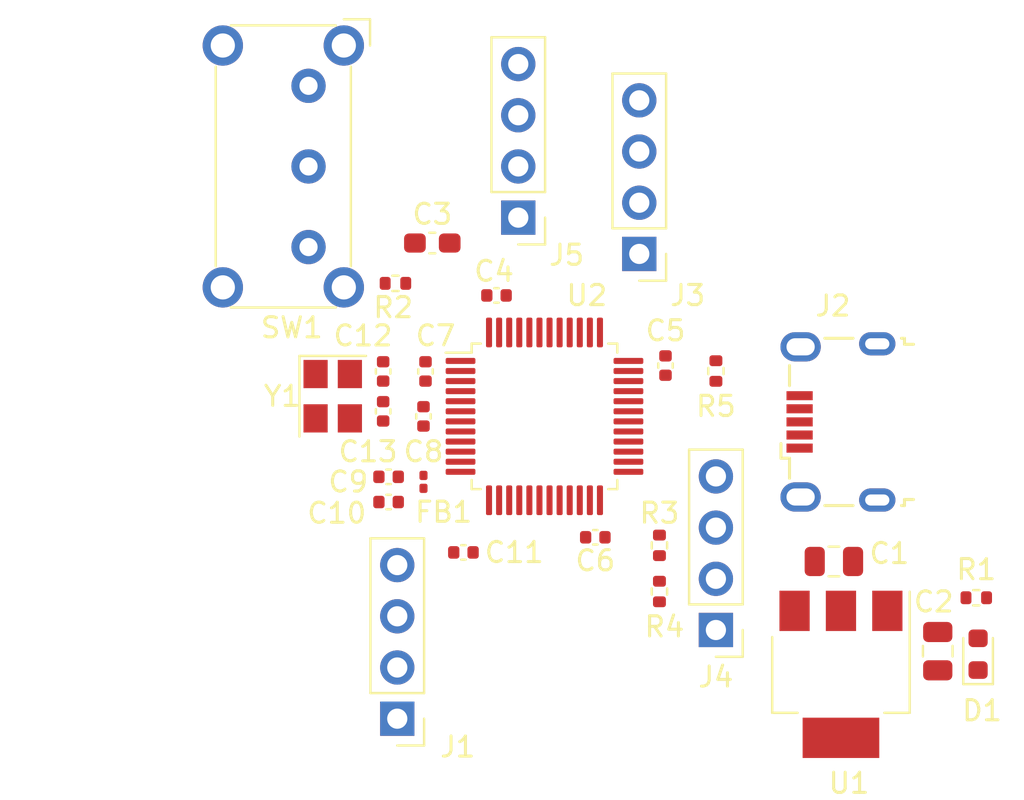
<source format=kicad_pcb>
(kicad_pcb (version 20211014) (generator pcbnew)
  (layers (0 "F.Cu" signal) (31 "B.Cu" power) (34 "B.Paste" user) (35 "F.Paste" user) (36 "B.SilkS" user "B.Silkscreen") (37 "F.SilkS" user "F.Silkscreen") (38 "B.Mask" user) (39 "F.Mask" user) (44 "Edge.Cuts" user))
  (net 0 "")
  (net 1 "VBUS")
  (net 2 "GND")
  (net 3 "+3V3")
  (net 4 "+3.3VA")
  (net 5 "/NRST")
  (net 6 "Net-(D1-Pad1)")
  (net 7 "/USART2_TX")
  (net 8 "/USART2_RX")
  (net 11 "/I2C2_SCL")
  (net 12 "Net-(J4-Pad3)")
  (net 13 "/USART1_TX")
  (net 14 "Net-(R2-Pad2)")
  (net 40 "/HSE_OUT")
  (net 41 "/HSE_IN")
  (net 42 "/USB_D-")
  (net 43 "/USB_D+")
  (net 44 "/SWDIO")
  (net 45 "/SWCLK")
  (net 46 "Net-(J5-Pad3)")
  (net 47 "/Boot_0")
  (footprint "Capacitor_SMD:C_0402_1005Metric" (layer "F.Cu") (at 171.77 59 180)
    (fp_text reference "C9" (at 2 -0.25) (layer "F.SilkS"))
    (fp_text value "1u")
    (fp_line (start -0.107836 0.36) (end 0.107836 0.36) (layer "F.SilkS") (width 0.12))
    (fp_line (start -0.107836 -0.36) (end 0.107836 -0.36) (layer "F.SilkS") (width 0.12))
    (pad "1" smd roundrect (at -0.48 0 180) (size 0.56 0.62) (layers "F.Cu" "F.Paste" "F.Mask") (net 4 "+3.3VA"))
    (pad "2" smd roundrect (at 0.48 0 180) (size 0.56 0.62) (layers "F.Cu" "F.Paste" "F.Mask") (net 2 "GND"))
  )
  (footprint "Connector_PinHeader_2.54mm:PinHeader_1x04_P2.54mm_Vertical" (layer "F.Cu") (at 188 66.6 180)
    (fp_text reference "J4" (at 0 -2.33) (layer "F.SilkS"))
    (fp_text value "Conn_01x04_Male ")
    (fp_line (start -1.33 0) (end -1.33 -1.33) (layer "F.SilkS") (width 0.12))
    (fp_line (start -1.33 1.27) (end 1.33 1.27) (layer "F.SilkS") (width 0.12))
    (fp_line (start -1.33 -1.33) (end 0 -1.33) (layer "F.SilkS") (width 0.12))
    (fp_line (start 1.33 1.27) (end 1.33 8.95) (layer "F.SilkS") (width 0.12))
    (fp_line (start -1.33 8.95) (end 1.33 8.95) (layer "F.SilkS") (width 0.12))
    (fp_line (start -1.33 1.27) (end -1.33 8.95) (layer "F.SilkS") (width 0.12))
    (pad "1" thru_hole rect (at 0 0 180) (size 1.7 1.7) (drill 1) (layers *.Cu *.Mask) (net 3 "+3V3"))
    (pad "2" thru_hole oval (at 0 2.54 180) (size 1.7 1.7) (drill 1) (layers *.Cu *.Mask) (net 11 "/I2C2_SCL"))
    (pad "3" thru_hole oval (at 0 5.08 180) (size 1.7 1.7) (drill 1) (layers *.Cu *.Mask) (net 12 "Net-(J4-Pad3)"))
    (pad "4" thru_hole oval (at 0 7.62 180) (size 1.7 1.7) (drill 1) (layers *.Cu *.Mask) (net 2 "GND"))
  )
  (footprint "Inductor_SMD:L_0201_0603Metric" (layer "F.Cu") (at 173.5 59.25 -90)
    (fp_text reference "FB1" (at 1.5 -1 180) (layer "F.SilkS"))
    (fp_text value "120R")
    (pad "1" smd roundrect (at -0.32 0 270) (size 0.46 0.4) (layers "F.Cu" "F.Mask") (net 4 "+3.3VA"))
    (pad "2" smd roundrect (at 0.32 0 270) (size 0.46 0.4) (layers "F.Cu" "F.Mask") (net 3 "+3V3"))
  )
  (footprint "Capacitor_SMD:C_0805_2012Metric" (layer "F.Cu") (at 193.85 63.2)
    (fp_text reference "C1" (at 2.75 -0.4) (layer "F.SilkS"))
    (fp_text value "22u")
    (fp_line (start -0.261252 -0.735) (end 0.261252 -0.735) (layer "F.SilkS") (width 0.12))
    (fp_line (start -0.261252 0.735) (end 0.261252 0.735) (layer "F.SilkS") (width 0.12))
    (pad "1" smd roundrect (at -0.95 0) (size 1 1.45) (layers "F.Cu" "F.Paste" "F.Mask") (net 1 "VBUS"))
    (pad "2" smd roundrect (at 0.95 0) (size 1 1.45) (layers "F.Cu" "F.Paste" "F.Mask") (net 2 "GND"))
  )
  (footprint "Capacitor_SMD:C_0402_1005Metric" (layer "F.Cu") (at 171.5 53.77 90)
    (fp_text reference "C12" (at 1.77 -1 180) (layer "F.SilkS"))
    (fp_text value "10p")
    (fp_line (start -0.107836 -0.36) (end 0.107836 -0.36) (layer "F.SilkS") (width 0.12))
    (fp_line (start -0.107836 0.36) (end 0.107836 0.36) (layer "F.SilkS") (width 0.12))
    (pad "1" smd roundrect (at -0.48 0 90) (size 0.56 0.62) (layers "F.Cu" "F.Paste" "F.Mask") (net 41 "/HSE_IN"))
    (pad "2" smd roundrect (at 0.48 0 90) (size 0.56 0.62) (layers "F.Cu" "F.Paste" "F.Mask") (net 2 "GND"))
  )
  (footprint "Connector_PinHeader_2.54mm:PinHeader_1x04_P2.54mm_Vertical" (layer "F.Cu") (at 172.2 71 180)
    (fp_text reference "J1" (at -3 -1.4) (layer "F.SilkS"))
    (fp_text value "Conn_01x04_Male")
    (fp_line (start 1.33 1.27) (end 1.33 8.95) (layer "F.SilkS") (width 0.12))
    (fp_line (start -1.33 -1.33) (end 0 -1.33) (layer "F.SilkS") (width 0.12))
    (fp_line (start -1.33 1.27) (end -1.33 8.95) (layer "F.SilkS") (width 0.12))
    (fp_line (start -1.33 1.27) (end 1.33 1.27) (layer "F.SilkS") (width 0.12))
    (fp_line (start -1.33 0) (end -1.33 -1.33) (layer "F.SilkS") (width 0.12))
    (fp_line (start -1.33 8.95) (end 1.33 8.95) (layer "F.SilkS") (width 0.12))
    (pad "1" thru_hole rect (at 0 0 180) (size 1.7 1.7) (drill 1) (layers *.Cu *.Mask) (net 3 "+3V3"))
    (pad "2" thru_hole oval (at 0 2.54 180) (size 1.7 1.7) (drill 1) (layers *.Cu *.Mask) (net 7 "/USART2_TX"))
    (pad "3" thru_hole oval (at 0 5.08 180) (size 1.7 1.7) (drill 1) (layers *.Cu *.Mask) (net 8 "/USART2_RX"))
    (pad "4" thru_hole oval (at 0 7.62 180) (size 1.7 1.7) (drill 1) (layers *.Cu *.Mask) (net 2 "GND"))
  )
  (footprint "Connector_USB:USB_Micro-B_Wuerth_629105150521" (layer "F.Cu") (at 194.05 56.275 90)
    (fp_text reference "J2" (at 5.755 -0.245 180) (layer "F.SilkS"))
    (fp_text value "USB_B_Micro")
    (fp_line (start -4.15 -0.65) (end -4.15 0.75) (layer "F.SilkS") (width 0.15))
    (fp_line (start -1.8 -2.825) (end -1.8 -2.4) (layer "F.SilkS") (width 0.15))
    (fp_line (start 3.85 3.75) (end 3.85 3.3) (layer "F.SilkS") (width 0.15))
    (fp_line (start -1.8 -2.4) (end -2.8 -2.4) (layer "F.SilkS") (width 0.15))
    (fp_line (start 4.15 3.3) (end 4.15 3.15) (layer "F.SilkS") (width 0.15))
    (fp_line (start -4.15 3.15) (end -4.15 3.3) (layer "F.SilkS") (width 0.15))
    (fp_line (start -4.15 3.3) (end -3.85 3.3) (layer "F.SilkS") (width 0.15))
    (fp_line (start 4.15 0.75) (end 4.15 -0.65) (layer "F.SilkS") (width 0.15))
    (fp_line (start 1.8 -2.4) (end 2.8 -2.4) (layer "F.SilkS") (width 0.15))
    (fp_line (start 3.85 3.3) (end 4.15 3.3) (layer "F.SilkS") (width 0.15))
    (fp_line (start -3.85 3.3) (end -3.85 3.75) (layer "F.SilkS") (width 0.15))
    (fp_line (start -1.075 -2.825) (end -1.8 -2.825) (layer "F.SilkS") (width 0.15))
    (pad "" np_thru_hole oval (at -2.5 -0.8 90) (size 0.8 0.8) (drill 0.8) (layers *.Cu *.Mask))
    (pad "" np_thru_hole oval (at 2.5 -0.8 90) (size 0.8 0.8) (drill 0.8) (layers *.Cu *.Mask))
    (pad "1" smd rect (at -1.3 -1.9 90) (size 0.45 1.3) (layers "F.Cu" "F.Paste" "F.Mask") (net 1 "VBUS"))
    (pad "2" smd rect (at -0.65 -1.9 90) (size 0.45 1.3) (layers "F.Cu" "F.Paste" "F.Mask") (net 42 "/USB_D-"))
    (pad "3" smd rect (at 0 -1.9 90) (size 0.45 1.3) (layers "F.Cu" "F.Paste" "F.Mask") (net 43 "/USB_D+"))
    (pad "4" smd rect (at 0.65 -1.9 90) (size 0.45 1.3) (layers "F.Cu" "F.Paste" "F.Mask"))
    (pad "5" smd rect (at 1.3 -1.9 90) (size 0.45 1.3) (layers "F.Cu" "F.Paste" "F.Mask") (net 2 "GND"))
    (pad "6" thru_hole oval (at -3.875 1.95 90) (size 1.15 1.8) (drill oval 0.55 1.2) (layers *.Cu *.Mask))
    (pad "6" thru_hole oval (at 3.875 1.95 90) (size 1.15 1.8) (drill oval 0.55 1.2) (layers *.Cu *.Mask))
    (pad "6" thru_hole oval (at 3.725 -1.85 90) (size 1.45 2) (drill oval 0.85 1.4) (layers *.Cu *.Mask))
    (pad "6" thru_hole oval (at -3.725 -1.85 90) (size 1.45 2) (drill oval 0.85 1.4) (layers *.Cu *.Mask))
  )
  (footprint "Package_TO_SOT_SMD:SOT-223-3_TabPin2" (layer "F.Cu") (at 194.2 68.8 -90)
    (fp_text reference "U1" (at 5.4 -0.4 180) (layer "F.SilkS"))
    (fp_text value "AMS1117-3.3")
    (fp_line (start 1.91 3.41) (end 1.91 2.15) (layer "F.SilkS") (width 0.12))
    (fp_line (start -4.1 -3.41) (end 1.91 -3.41) (layer "F.SilkS") (width 0.12))
    (fp_line (start 1.91 -3.41) (end 1.91 -2.15) (layer "F.SilkS") (width 0.12))
    (fp_line (start -1.85 3.41) (end 1.91 3.41) (layer "F.SilkS") (width 0.12))
    (pad "1" smd rect (at -3.15 -2.3 270) (size 2 1.5) (layers "F.Cu" "F.Paste" "F.Mask") (net 2 "GND"))
    (pad "2" smd rect (at 3.15 0 270) (size 2 3.8) (layers "F.Cu" "F.Paste" "F.Mask") (net 3 "+3V3"))
    (pad "2" smd rect (at -3.15 0 270) (size 2 1.5) (layers "F.Cu" "F.Paste" "F.Mask") (net 3 "+3V3"))
    (pad "3" smd rect (at -3.15 2.3 270) (size 2 1.5) (layers "F.Cu" "F.Paste" "F.Mask") (net 1 "VBUS"))
  )
  (footprint "Resistor_SMD:R_0402_1005Metric" (layer "F.Cu") (at 185.2 62.4 -90)
    (fp_text reference "R3" (at -1.6 0) (layer "F.SilkS"))
    (fp_text value "1k5")
    (fp_line (start -0.153641 0.38) (end 0.153641 0.38) (layer "F.SilkS") (width 0.12))
    (fp_line (start -0.153641 -0.38) (end 0.153641 -0.38) (layer "F.SilkS") (width 0.12))
    (pad "1" smd roundrect (at -0.51 0 270) (size 0.54 0.64) (layers "F.Cu" "F.Paste" "F.Mask") (net 11 "/I2C2_SCL"))
    (pad "2" smd roundrect (at 0.51 0 270) (size 0.54 0.64) (layers "F.Cu" "F.Paste" "F.Mask") (net 3 "+3V3"))
  )
  (footprint "Capacitor_SMD:C_0603_1608Metric_Pad1.08x0.95mm_HandSolder" (layer "F.Cu") (at 173.9375 47.4)
    (fp_text reference "C3" (at 0 -1.43) (layer "F.SilkS"))
    (fp_text value "10u")
    (fp_line (start -0.146267 -0.51) (end 0.146267 -0.51) (layer "F.SilkS") (width 0.12))
    (fp_line (start -0.146267 0.51) (end 0.146267 0.51) (layer "F.SilkS") (width 0.12))
    (pad "1" smd roundrect (at -0.8625 0) (size 1.075 0.95) (layers "F.Cu" "F.Paste" "F.Mask") (net 3 "+3V3"))
    (pad "2" smd roundrect (at 0.8625 0) (size 1.075 0.95) (layers "F.Cu" "F.Paste" "F.Mask") (net 2 "GND"))
  )
  (footprint "Crystal:Crystal_SMD_3225-4Pin_3.2x2.5mm" (layer "F.Cu") (at 169 55 -90)
    (fp_text reference "Y1" (at 0 2.5 180) (layer "F.SilkS"))
    (fp_text value "16MHz")
    (fp_line (start -2 -1.65) (end -2 1.65) (layer "F.SilkS") (width 0.12))
    (fp_line (start -2 1.65) (end 2 1.65) (layer "F.SilkS") (width 0.12))
    (pad "1" smd rect (at -1.1 0.85 270) (size 1.4 1.2) (layers "F.Cu" "F.Paste" "F.Mask") (net 41 "/HSE_IN"))
    (pad "2" smd rect (at 1.1 0.85 270) (size 1.4 1.2) (layers "F.Cu" "F.Paste" "F.Mask") (net 2 "GND"))
    (pad "3" smd rect (at 1.1 -0.85 270) (size 1.4 1.2) (layers "F.Cu" "F.Paste" "F.Mask") (net 40 "/HSE_OUT"))
    (pad "4" smd rect (at -1.1 -0.85 270) (size 1.4 1.2) (layers "F.Cu" "F.Paste" "F.Mask") (net 2 "GND"))
  )
  (footprint "Capacitor_SMD:C_0402_1005Metric" (layer "F.Cu") (at 182.02 62 180)
    (fp_text reference "C6" (at 0 -1.16) (layer "F.SilkS"))
    (fp_text value "100n")
    (fp_line (start -0.107836 0.36) (end 0.107836 0.36) (layer "F.SilkS") (width 0.12))
    (fp_line (start -0.107836 -0.36) (end 0.107836 -0.36) (layer "F.SilkS") (width 0.12))
    (pad "1" smd roundrect (at -0.48 0 180) (size 0.56 0.62) (layers "F.Cu" "F.Paste" "F.Mask") (net 3 "+3V3"))
    (pad "2" smd roundrect (at 0.48 0 180) (size 0.56 0.62) (layers "F.Cu" "F.Paste" "F.Mask") (net 2 "GND"))
  )
  (footprint "Capacitor_SMD:C_0402_1005Metric" (layer "F.Cu") (at 185.5 53.48 -90)
    (fp_text reference "C5" (at -1.73 0 180) (layer "F.SilkS"))
    (fp_text value "100n")
    (fp_line (start -0.107836 -0.36) (end 0.107836 -0.36) (layer "F.SilkS") (width 0.12))
    (fp_line (start -0.107836 0.36) (end 0.107836 0.36) (layer "F.SilkS") (width 0.12))
    (pad "1" smd roundrect (at -0.48 0 270) (size 0.56 0.62) (layers "F.Cu" "F.Paste" "F.Mask") (net 3 "+3V3"))
    (pad "2" smd roundrect (at 0.48 0 270) (size 0.56 0.62) (layers "F.Cu" "F.Paste" "F.Mask") (net 2 "GND"))
  )
  (footprint "Capacitor_SMD:C_0402_1005Metric" (layer "F.Cu") (at 171.77 60.25)
    (fp_text reference "C10" (at -2.57 0.55) (layer "F.SilkS"))
    (fp_text value "1u")
    (fp_line (start -0.107836 -0.36) (end 0.107836 -0.36) (layer "F.SilkS") (width 0.12))
    (fp_line (start -0.107836 0.36) (end 0.107836 0.36) (layer "F.SilkS") (width 0.12))
    (pad "1" smd roundrect (at -0.48 0) (size 0.56 0.62) (layers "F.Cu" "F.Paste" "F.Mask") (net 3 "+3V3"))
    (pad "2" smd roundrect (at 0.48 0) (size 0.56 0.62) (layers "F.Cu" "F.Paste" "F.Mask") (net 2 "GND"))
  )
  (footprint "Package_QFP:LQFP-48_7x7mm_P0.5mm" (layer "F.Cu") (at 179.5 56)
    (fp_text reference "U2" (at 2.1 -6) (layer "F.SilkS"))
    (fp_text value "STM32F103C8T6")
    (fp_line (start 3.61 3.61) (end 3.61 3.16) (layer "F.SilkS") (width 0.12))
    (fp_line (start -3.16 -3.61) (end -3.61 -3.61) (layer "F.SilkS") (width 0.12))
    (fp_line (start -3.61 3.61) (end -3.61 3.16) (layer "F.SilkS") (width 0.12))
    (fp_line (start -3.61 -3.16) (end -4.9 -3.16) (layer "F.SilkS") (width 0.12))
    (fp_line (start 3.16 3.61) (end 3.61 3.61) (layer "F.SilkS") (width 0.12))
    (fp_line (start -3.61 -3.61) (end -3.61 -3.16) (layer "F.SilkS") (width 0.12))
    (fp_line (start 3.16 -3.61) (end 3.61 -3.61) (layer "F.SilkS") (width 0.12))
    (fp_line (start -3.16 3.61) (end -3.61 3.61) (layer "F.SilkS") (width 0.12))
    (fp_line (start 3.61 -3.61) (end 3.61 -3.16) (layer "F.SilkS") (width 0.12))
    (pad "1" smd roundrect (at -4.1625 -2.75) (size 1.475 0.3) (layers "F.Cu" "F.Paste" "F.Mask") (net 3 "+3V3"))
    (pad "2" smd roundrect (at -4.1625 -2.25) (size 1.475 0.3) (layers "F.Cu" "F.Paste" "F.Mask"))
    (pad "3" smd roundrect (at -4.1625 -1.75) (size 1.475 0.3) (layers "F.Cu" "F.Paste" "F.Mask"))
    (pad "4" smd roundrect (at -4.1625 -1.25) (size 1.475 0.3) (layers "F.Cu" "F.Paste" "F.Mask"))
    (pad "5" smd roundrect (at -4.1625 -0.75) (size 1.475 0.3) (layers "F.Cu" "F.Paste" "F.Mask") (net 41 "/HSE_IN"))
    (pad "6" smd roundrect (at -4.1625 -0.25) (size 1.475 0.3) (layers "F.Cu" "F.Paste" "F.Mask") (net 40 "/HSE_OUT"))
    (pad "7" smd roundrect (at -4.1625 0.25) (size 1.475 0.3) (layers "F.Cu" "F.Paste" "F.Mask") (net 5 "/NRST"))
    (pad "8" smd roundrect (at -4.1625 0.75) (size 1.475 0.3) (layers "F.Cu" "F.Paste" "F.Mask") (net 2 "GND"))
    (pad "9" smd roundrect (at -4.1625 1.25) (size 1.475 0.3) (layers "F.Cu" "F.Paste" "F.Mask") (net 4 "+3.3VA"))
    (pad "10" smd roundrect (at -4.1625 1.75) (size 1.475 0.3) (layers "F.Cu" "F.Paste" "F.Mask"))
    (pad "11" smd roundrect (at -4.1625 2.25) (size 1.475 0.3) (layers "F.Cu" "F.Paste" "F.Mask"))
    (pad "12" smd roundrect (at -4.1625 2.75) (size 1.475 0.3) (layers "F.Cu" "F.Paste" "F.Mask") (net 7 "/USART2_TX"))
    (pad "13" smd roundrect (at -2.75 4.1625) (size 0.3 1.475) (layers "F.Cu" "F.Paste" "F.Mask") (net 8 "/USART2_RX"))
    (pad "14" smd roundrect (at -2.25 4.1625) (size 0.3 1.475) (layers "F.Cu" "F.Paste" "F.Mask"))
    (pad "15" smd roundrect (at -1.75 4.1625) (size 0.3 1.475) (layers "F.Cu" "F.Paste" "F.Mask"))
    (pad "16" smd roundrect (at -1.25 4.1625) (size 0.3 1.475) (layers "F.Cu" "F.Paste" "F.Mask"))
    (pad "17" smd roundrect (at -0.75 4.1625) (size 0.3 1.475) (layers "F.Cu" "F.Paste" "F.Mask"))
    (pad "18" smd roundrect (at -0.25 4.1625) (size 0.3 1.475) (layers "F.Cu" "F.Paste" "F.Mask"))
    (pad "19" smd roundrect (at 0.25 4.1625) (size 0.3 1.475) (layers "F.Cu" "F.Paste" "F.Mask"))
    (pad "20" smd roundrect (at 0.75 4.1625) (size 0.3 1.475) (layers "F.Cu" "F.Paste" "F.Mask"))
    (pad "21" smd roundrect (at 1.25 4.1625) (size 0.3 1.475) (layers "F.Cu" "F.Paste" "F.Mask") (net 11 "/I2C2_SCL"))
    (pad "22" smd roundrect (at 1.75 4.1625) (size 0.3 1.475) (layers "F.Cu" "F.Paste" "F.Mask") (net 12 "Net-(J4-Pad3)"))
    (pad "23" smd roundrect (at 2.25 4.1625) (size 0.3 1.475) (layers "F.Cu" "F.Paste" "F.Mask") (net 2 "GND"))
    (pad "24" smd roundrect (at 2.75 4.1625) (size 0.3 1.475) (layers "F.Cu" "F.Paste" "F.Mask") (net 3 "+3V3"))
    (pad "25" smd roundrect (at 4.1625 2.75) (size 1.475 0.3) (layers "F.Cu" "F.Paste" "F.Mask"))
    (pad "26" smd roundrect (at 4.1625 2.25) (size 1.475 0.3) (layers "F.Cu" "F.Paste" "F.Mask"))
    (pad "27" smd roundrect (at 4.1625 1.75) (size 1.475 0.3) (layers "F.Cu" "F.Paste" "F.Mask"))
    (pad "28" smd roundrect (at 4.1625 1.25) (size 1.475 0.3) (layers "F.Cu" "F.Paste" "F.Mask"))
    (pad "29" smd roundrect (at 4.1625 0.75) (size 1.475 0.3) (layers "F.Cu" "F.Paste" "F.Mask"))
    (pad "30" smd roundrect (at 4.1625 0.25) (size 1.475 0.3) (layers "F.Cu" "F.Paste" "F.Mask"))
    (pad "31" smd roundrect (at 4.1625 -0.25) (size 1.475 0.3) (layers "F.Cu" "F.Paste" "F.Mask"))
    (pad "32" smd roundrect (at 4.1625 -0.75) (size 1.475 0.3) (layers "F.Cu" "F.Paste" "F.Mask") (net 42 "/USB_D-"))
    (pad "33" smd roundrect (at 4.1625 -1.25) (size 1.475 0.3) (layers "F.Cu" "F.Paste" "F.Mask") (net 43 "/USB_D+"))
    (pad "34" smd roundrect (at 4.1625 -1.75) (size 1.475 0.3) (layers "F.Cu" "F.Paste" "F.Mask") (net 44 "/SWDIO"))
    (pad "35" smd roundrect (at 4.1625 -2.25) (size 1.475 0.3) (layers "F.Cu" "F.Paste" "F.Mask") (net 2 "GND"))
    (pad "36" smd roundrect (at 4.1625 -2.75) (size 1.475 0.3) (layers "F.Cu" "F.Paste" "F.Mask") (net 3 "+3V3"))
    (pad "37" smd roundrect (at 2.75 -4.1625) (size 0.3 1.475) (layers "F.Cu" "F.Paste" "F.Mask") (net 45 "/SWCLK"))
    (pad "38" smd roundrect (at 2.25 -4.1625) (size 0.3 1.475) (layers "F.Cu" "F.Paste" "F.Mask"))
    (pad "39" smd roundrect (at 1.75 -4.1625) (size 0.3 1.475) (layers "F.Cu" "F.Paste" "F.Mask"))
    (pad "40" smd roundrect (at 1.25 -4.1625) (size 0.3 1.475) (layers "F.Cu" "F.Paste" "F.Mask"))
    (pad "41" smd roundrect (at 0.75 -4.1625) (size 0.3 1.475) (layers "F.Cu" "F.Paste" "F.Mask"))
    (pad "42" smd roundrect (at 0.25 -4.1625) (size 0.3 1.475) (layers "F.Cu" "F.Paste" "F.Mask") (net 13 "/USART1_TX"))
    (pad "43" smd roundrect (at -0.25 -4.1625) (size 0.3 1.475) (layers "F.Cu" "F.Paste" "F.Mask") (net 46 "Net-(J5-Pad3)"))
    (pad "44" smd roundrect (at -0.75 -4.1625) (size 0.3 1.475) (layers "F.Cu" "F.Paste" "F.Mask") (net 47 "/Boot_0"))
    (pad "45" smd roundrect (at -1.25 -4.1625) (size 0.3 1.475) (layers "F.Cu" "F.Paste" "F.Mask"))
    (pad "46" smd roundrect (at -1.75 -4.1625) (size 0.3 1.475) (layers "F.Cu" "F.Paste" "F.Mask"))
    (pad "47" smd roundrect (at -2.25 -4.1625) (size 0.3 1.475) (layers "F.Cu" "F.Paste" "F.Mask") (net 2 "GND"))
    (pad "48" smd roundrect (at -2.75 -4.1625) (size 0.3 1.475) (layers "F.Cu" "F.Paste" "F.Mask") (net 3 "+3V3"))
  )
  (footprint "Resistor_SMD:R_0402_1005Metric" (layer "F.Cu") (at 200.91 65 180)
    (fp_text reference "R1" (at 0 1.4) (layer "F.SilkS"))
    (fp_text value "1k5")
    (fp_line (start -0.153641 0.38) (end 0.153641 0.38) (layer "F.SilkS") (width 0.12))
    (fp_line (start -0.153641 -0.38) (end 0.153641 -0.38) (layer "F.SilkS") (width 0.12))
    (pad "1" smd roundrect (at -0.51 0 180) (size 0.54 0.64) (layers "F.Cu" "F.Paste" "F.Mask") (net 6 "Net-(D1-Pad1)"))
    (pad "2" smd roundrect (at 0.51 0 180) (size 0.54 0.64) (layers "F.Cu" "F.Paste" "F.Mask") (net 2 "GND"))
  )
  (footprint "Button_Switch_THT:SW_E-Switch_EG1224_SPDT_Angled" (layer "F.Cu") (at 167.8 39.6 -90)
    (fp_text reference "SW1" (at 12 0.8325 180) (layer "F.SilkS"))
    (fp_text value "SW_SPDT")
    (fp_line (start -3 3.85) (end -3 -1.35) (layer "F.SilkS") (width 0.12))
    (fp_line (start -3.3 -1.75) (end -3.3 -3.05) (layer "F.SilkS") (width 0.12))
    (fp_line (start 11 -1.35) (end 11 3.85) (layer "F.SilkS") (width 0.12))
    (fp_line (start 8.95 4.6) (end -0.95 4.6) (layer "F.SilkS") (width 0.12))
    (fp_line (start -3.3 -3.05) (end -2 -3.05) (layer "F.SilkS") (width 0.12))
    (fp_line (start -0.95 -2.1) (end 8.95 -2.1) (layer "F.SilkS") (width 0.12))
    (pad "" thru_hole circle (at 10 -1.75 270) (size 2 2) (drill 1.2) (layers *.Cu *.Mask))
    (pad "" thru_hole circle (at 10 4.25 270) (size 2 2) (drill 1.2) (layers *.Cu *.Mask))
    (pad "" thru_hole circle (at -2 4.25 270) (size 2 2) (drill 1.2) (layers *.Cu *.Mask))
    (pad "" thru_hole circle (at -2 -1.75 270) (size 2 2) (drill 1.2) (layers *.Cu *.Mask))
    (pad "1" thru_hole circle (at 0 0 270) (size 1.7 1.7) (drill 0.9) (layers *.Cu *.Mask) (net 2 "GND"))
    (pad "2" thru_hole circle (at 4 0 270) (size 1.7 1.7) (drill 0.9) (layers *.Cu *.Mask) (net 14 "Net-(R2-Pad2)"))
    (pad "3" thru_hole circle (at 8 0 270) (size 1.7 1.7) (drill 0.9) (layers *.Cu *.Mask) (net 3 "+3V3"))
  )
  (footprint "Capacitor_SMD:C_0402_1005Metric" (layer "F.Cu") (at 175.48 62.75)
    (fp_text reference "C11" (at 2.52 0) (layer "F.SilkS"))
    (fp_text value "100n")
    (fp_line (start -0.107836 0.36) (end 0.107836 0.36) (layer "F.SilkS") (width 0.12))
    (fp_line (start -0.107836 -0.36) (end 0.107836 -0.36) (layer "F.SilkS") (width 0.12))
    (pad "1" smd roundrect (at -0.48 0) (size 0.56 0.62) (layers "F.Cu" "F.Paste" "F.Mask") (net 5 "/NRST"))
    (pad "2" smd roundrect (at 0.48 0) (size 0.56 0.62) (layers "F.Cu" "F.Paste" "F.Mask") (net 2 "GND"))
  )
  (footprint "Capacitor_SMD:C_0402_1005Metric" (layer "F.Cu") (at 173.6 53.77 -90)
    (fp_text reference "C7" (at -1.77 -0.5 180) (layer "F.SilkS"))
    (fp_text value "100n")
    (fp_line (start -0.107836 -0.36) (end 0.107836 -0.36) (layer "F.SilkS") (width 0.12))
    (fp_line (start -0.107836 0.36) (end 0.107836 0.36) (layer "F.SilkS") (width 0.12))
    (pad "1" smd roundrect (at -0.48 0 270) (size 0.56 0.62) (layers "F.Cu" "F.Paste" "F.Mask") (net 3 "+3V3"))
    (pad "2" smd roundrect (at 0.48 0 270) (size 0.56 0.62) (layers "F.Cu" "F.Paste" "F.Mask") (net 2 "GND"))
  )
  (footprint "Resistor_SMD:R_0402_1005Metric" (layer "F.Cu") (at 185.2 64.69 90)
    (fp_text reference "R4" (at -1.75 0.25 180) (layer "F.SilkS"))
    (fp_text value "1k5")
    (fp_line (start -0.153641 -0.38) (end 0.153641 -0.38) (layer "F.SilkS") (width 0.12))
    (fp_line (start -0.153641 0.38) (end 0.153641 0.38) (layer "F.SilkS") (width 0.12))
    (pad "1" smd roundrect (at -0.51 0 90) (size 0.54 0.64) (layers "F.Cu" "F.Paste" "F.Mask") (net 12 "Net-(J4-Pad3)"))
    (pad "2" smd roundrect (at 0.51 0 90) (size 0.54 0.64) (layers "F.Cu" "F.Paste" "F.Mask") (net 3 "+3V3"))
  )
  (footprint "Capacitor_SMD:C_0402_1005Metric" (layer "F.Cu") (at 171.5 55.75 90)
    (fp_text reference "C13" (at -2 -0.75) (layer "F.SilkS"))
    (fp_text value "10p")
    (fp_line (start -0.107836 0.36) (end 0.107836 0.36) (layer "F.SilkS") (width 0.12))
    (fp_line (start -0.107836 -0.36) (end 0.107836 -0.36) (layer "F.SilkS") (width 0.12))
    (pad "1" smd roundrect (at -0.48 0 90) (size 0.56 0.62) (layers "F.Cu" "F.Paste" "F.Mask") (net 40 "/HSE_OUT"))
    (pad "2" smd roundrect (at 0.48 0 90) (size 0.56 0.62) (layers "F.Cu" "F.Paste" "F.Mask") (net 2 "GND"))
  )
  (footprint "Resistor_SMD:R_0402_1005Metric" (layer "F.Cu") (at 188 53.75 -90)
    (fp_text reference "R5" (at 1.75 0 180) (layer "F.SilkS"))
    (fp_text value "1k5")
    (fp_line (start -0.153641 0.38) (end 0.153641 0.38) (layer "F.SilkS") (width 0.12))
    (fp_line (start -0.153641 -0.38) (end 0.153641 -0.38) (layer "F.SilkS") (width 0.12))
    (pad "1" smd roundrect (at -0.51 0 270) (size 0.54 0.64) (layers "F.Cu" "F.Paste" "F.Mask") (net 3 "+3V3"))
    (pad "2" smd roundrect (at 0.51 0 270) (size 0.54 0.64) (layers "F.Cu" "F.Paste" "F.Mask") (net 43 "/USB_D+"))
  )
  (footprint "Capacitor_SMD:C_0805_2012Metric" (layer "F.Cu") (at 199 67.65 90)
    (fp_text reference "C2" (at 2.45 -0.2 180) (layer "F.SilkS"))
    (fp_text value "22u")
    (fp_line (start -0.261252 0.735) (end 0.261252 0.735) (layer "F.SilkS") (width 0.12))
    (fp_line (start -0.261252 -0.735) (end 0.261252 -0.735) (layer "F.SilkS") (width 0.12))
    (pad "1" smd roundrect (at -0.95 0 90) (size 1 1.45) (layers "F.Cu" "F.Paste" "F.Mask") (net 3 "+3V3"))
    (pad "2" smd roundrect (at 0.95 0 90) (size 1 1.45) (layers "F.Cu" "F.Paste" "F.Mask") (net 2 "GND"))
  )
  (footprint "LED_SMD:LED_0603_1608Metric" (layer "F.Cu") (at 201 67.8 90)
    (fp_text reference "D1" (at -2.8 0.2 180) (layer "F.SilkS"))
    (fp_text value "RED")
    (fp_line (start -1.485 -0.735) (end -1.485 0.735) (layer "F.SilkS") (width 0.12))
    (fp_line (start 0.8 -0.735) (end -1.485 -0.735) (layer "F.SilkS") (width 0.12))
    (fp_line (start -1.485 0.735) (end 0.8 0.735) (layer "F.SilkS") (width 0.12))
    (pad "1" smd roundrect (at -0.7875 0 90) (size 0.875 0.95) (layers "F.Cu" "F.Paste" "F.Mask") (net 6 "Net-(D1-Pad1)"))
    (pad "2" smd roundrect (at 0.7875 0 90) (size 0.875 0.95) (layers "F.Cu" "F.Paste" "F.Mask") (net 3 "+3V3"))
  )
  (footprint "Capacitor_SMD:C_0402_1005Metric" (layer "F.Cu") (at 173.5 56 90)
    (fp_text reference "C8" (at -1.75 0 180) (layer "F.SilkS"))
    (fp_text value "10n")
    (fp_line (start -0.107836 -0.36) (end 0.107836 -0.36) (layer "F.SilkS") (width 0.12))
    (fp_line (start -0.107836 0.36) (end 0.107836 0.36) (layer "F.SilkS") (width 0.12))
    (pad "1" smd roundrect (at -0.48 0 90) (size 0.56 0.62) (layers "F.Cu" "F.Paste" "F.Mask") (net 4 "+3.3VA"))
    (pad "2" smd roundrect (at 0.48 0 90) (size 0.56 0.62) (layers "F.Cu" "F.Paste" "F.Mask") (net 2 "GND"))
  )
  (footprint "Resistor_SMD:R_0402_1005Metric" (layer "F.Cu") (at 172.11 49.4)
    (fp_text reference "R2" (at -0.11 1.2) (layer "F.SilkS"))
    (fp_text value "10k ")
    (fp_line (start -0.153641 0.38) (end 0.153641 0.38) (layer "F.SilkS") (width 0.12))
    (fp_line (start -0.153641 -0.38) (end 0.153641 -0.38) (layer "F.SilkS") (width 0.12))
    (pad "1" smd roundrect (at -0.51 0) (size 0.54 0.64) (layers "F.Cu" "F.Paste" "F.Mask") (net 47 "/Boot_0"))
    (pad "2" smd roundrect (at 0.51 0) (size 0.54 0.64) (layers "F.Cu" "F.Paste" "F.Mask") (net 14 "Net-(R2-Pad2)"))
  )
  (footprint "Connector_PinHeader_2.54mm:PinHeader_1x04_P2.54mm_Vertical" (layer "F.Cu") (at 184.2 47.94 180)
    (fp_text reference "J3" (at -2.4 -2.06 180) (layer "F.SilkS"))
    (fp_text value "Conn_01x04_Male")
    (fp_line (start -1.33 1.27) (end 1.33 1.27) (layer "F.SilkS") (width 0.12))
    (fp_line (start 1.33 1.27) (end 1.33 8.95) (layer "F.SilkS") (width 0.12))
    (fp_line (start -1.33 -1.33) (end 0 -1.33) (layer "F.SilkS") (width 0.12))
    (fp_line (start -1.33 1.27) (end -1.33 8.95) (layer "F.SilkS") (width 0.12))
    (fp_line (start -1.33 8.95) (end 1.33 8.95) (layer "F.SilkS") (width 0.12))
    (fp_line (start -1.33 0) (end -1.33 -1.33) (layer "F.SilkS") (width 0.12))
    (pad "1" thru_hole rect (at 0 0 180) (size 1.7 1.7) (drill 1) (layers *.Cu *.Mask) (net 3 "+3V3"))
    (pad "2" thru_hole oval (at 0 2.54 180) (size 1.7 1.7) (drill 1) (layers *.Cu *.Mask) (net 44 "/SWDIO"))
    (pad "3" thru_hole oval (at 0 5.08 180) (size 1.7 1.7) (drill 1) (layers *.Cu *.Mask) (net 45 "/SWCLK"))
    (pad "4" thru_hole oval (at 0 7.62 180) (size 1.7 1.7) (drill 1) (layers *.Cu *.Mask) (net 2 "GND"))
  )
  (footprint "Connector_PinHeader_2.54mm:PinHeader_1x04_P2.54mm_Vertical" (layer "F.Cu") (at 178.2 46.14 180)
    (fp_text reference "J5" (at -2.4 -1.86) (layer "F.SilkS"))
    (fp_text value "Conn_01x04_Male")
    (fp_line (start -1.33 8.95) (end 1.33 8.95) (layer "F.SilkS") (width 0.12))
    (fp_line (start -1.33 1.27) (end -1.33 8.95) (layer "F.SilkS") (width 0.12))
    (fp_line (start -1.33 1.27) (end 1.33 1.27) (layer "F.SilkS") (width 0.12))
    (fp_line (start -1.33 0) (end -1.33 -1.33) (layer "F.SilkS") (width 0.12))
    (fp_line (start 1.33 1.27) (end 1.33 8.95) (layer "F.SilkS") (width 0.12))
    (fp_line (start -1.33 -1.33) (end 0 -1.33) (layer "F.SilkS") (width 0.12))
    (pad "1" thru_hole rect (at 0 0 180) (size 1.7 1.7) (drill 1) (layers *.Cu *.Mask) (net 3 "+3V3"))
    (pad "2" thru_hole oval (at 0 2.54 180) (size 1.7 1.7) (drill 1) (layers *.Cu *.Mask) (net 13 "/USART1_TX"))
    (pad "3" thru_hole oval (at 0 5.08 180) (size 1.7 1.7) (drill 1) (layers *.Cu *.Mask) (net 46 "Net-(J5-Pad3)"))
    (pad "4" thru_hole oval (at 0 7.62 180) (size 1.7 1.7) (drill 1) (layers *.Cu *.Mask) (net 2 "GND"))
  )
  (footprint "Capacitor_SMD:C_0402_1005Metric" (layer "F.Cu") (at 177.12 50)
    (fp_text reference "C4" (at -0.12 -1.2) (layer "F.SilkS"))
    (fp_text value "100n")
    (fp_line (start -0.107836 -0.36) (end 0.107836 -0.36) (layer "F.SilkS") (width 0.12))
    (fp_line (start -0.107836 0.36) (end 0.107836 0.36) (layer "F.SilkS") (width 0.12))
    (pad "1" smd roundrect (at -0.48 0) (size 0.56 0.62) (layers "F.Cu" "F.Paste" "F.Mask") (net 3 "+3V3"))
    (pad "2" smd roundrect (at 0.48 0) (size 0.56 0.62) (layers "F.Cu" "F.Paste" "F.Mask") (net 2 "GND"))
  )
)
</source>
